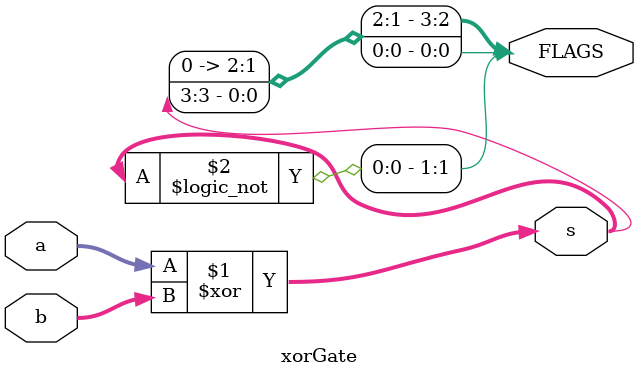
<source format=sv>

module xorGate #(parameter N = 4)
					 (
					 input logic [N-1:0] a, b, 
					 output logic [N-1:0] s,
					 output logic [3:0] FLAGS
					 );

	assign s = a ^ b;
	
	// Setear Flags
	assign FLAGS[0] = s[N-1]; // N
	
	assign FLAGS[1] = !s; // Z
	
	assign FLAGS[2] = 1'b0; // C
	
	assign FLAGS[3] = 1'b0; // O
	
endmodule

</source>
